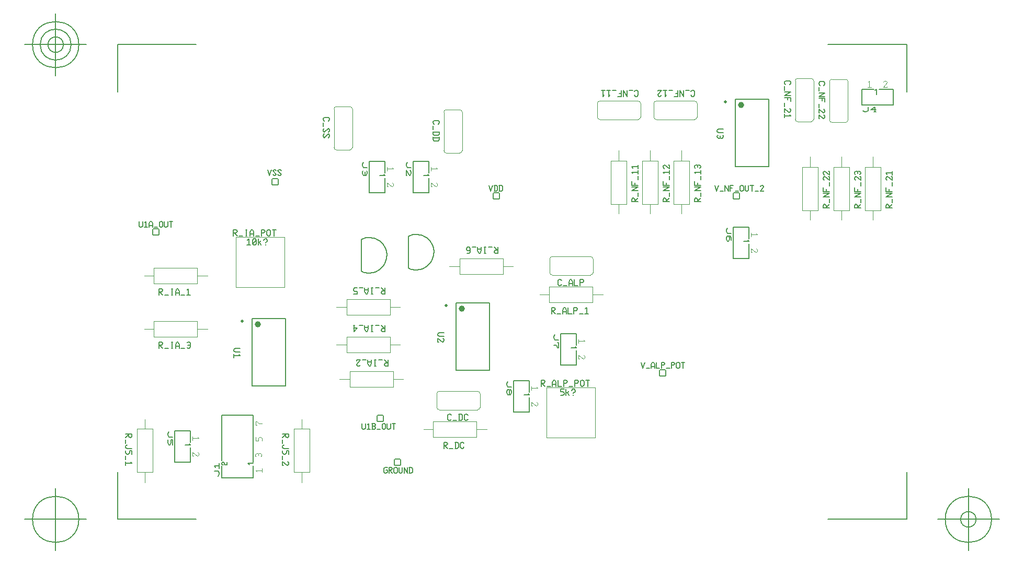
<source format=gbr>
G04 Generated by Ultiboard 12.0 *
%FSLAX25Y25*%
%MOIN*%

%ADD10C,0.00001*%
%ADD11C,0.00800*%
%ADD12C,0.00394*%
%ADD13C,0.00400*%
%ADD14C,0.00367*%
%ADD15C,0.00612*%
%ADD16C,0.00556*%
%ADD17C,0.00500*%
%ADD18C,0.01969*%
%ADD19C,0.03937*%


G04 ColorRGB FFFF00 for the following layer *
%LNSilkscreen Top*%
%LPD*%
G54D10*
G54D11*
X76730Y107624D02*
X73580Y107624D01*
X72793Y106840D01*
X72793Y106056D01*
X73580Y105272D01*
X76730Y105272D01*
X75943Y103705D02*
X76730Y102921D01*
X72793Y102921D01*
X72793Y104097D02*
X72793Y101745D01*
X105776Y83504D02*
X105776Y126496D01*
X84224Y126496D02*
X84224Y83504D01*
X105776Y83504D01*
X105776Y126496D02*
X84224Y126496D01*
X24990Y107795D02*
X24990Y111732D01*
X26558Y111732D01*
X27342Y110945D01*
X27342Y110551D01*
X26558Y109764D01*
X24990Y109764D01*
X25382Y109764D02*
X27342Y107795D01*
X28518Y107795D02*
X30870Y107795D01*
X32829Y107795D02*
X33613Y107795D01*
X32829Y111732D02*
X33613Y111732D01*
X33221Y107795D02*
X33221Y111732D01*
X35573Y107795D02*
X35573Y110157D01*
X36357Y111732D01*
X37141Y111732D01*
X37925Y110157D01*
X37925Y107795D01*
X35573Y108976D02*
X37925Y108976D01*
X39101Y107795D02*
X41452Y107795D01*
X43020Y111339D02*
X43412Y111732D01*
X44196Y111732D01*
X44980Y110945D01*
X44980Y110157D01*
X44588Y109764D01*
X44980Y109370D01*
X44980Y108583D01*
X44196Y107795D01*
X43412Y107795D01*
X43020Y108189D01*
X43412Y109764D02*
X44588Y109764D01*
X169010Y146205D02*
X169010Y142268D01*
X167442Y142268D01*
X166658Y143055D01*
X166658Y143449D01*
X167442Y144236D01*
X169010Y144236D01*
X168618Y144236D02*
X166658Y146205D01*
X165482Y146205D02*
X163130Y146205D01*
X161171Y146205D02*
X160387Y146205D01*
X161171Y142268D02*
X160387Y142268D01*
X160779Y146205D02*
X160779Y142268D01*
X158427Y146205D02*
X158427Y143843D01*
X157643Y142268D01*
X156859Y142268D01*
X156075Y143843D01*
X156075Y146205D01*
X158427Y145024D02*
X156075Y145024D01*
X154899Y146205D02*
X152548Y146205D01*
X149020Y142268D02*
X151372Y142268D01*
X151372Y143843D01*
X149804Y143843D01*
X149020Y144630D01*
X149020Y145417D01*
X149804Y146205D01*
X151372Y146205D01*
X24990Y141795D02*
X24990Y145732D01*
X26558Y145732D01*
X27342Y144945D01*
X27342Y144551D01*
X26558Y143764D01*
X24990Y143764D01*
X25382Y143764D02*
X27342Y141795D01*
X28518Y141795D02*
X30870Y141795D01*
X32829Y141795D02*
X33613Y141795D01*
X32829Y145732D02*
X33613Y145732D01*
X33221Y141795D02*
X33221Y145732D01*
X35573Y141795D02*
X35573Y144157D01*
X36357Y145732D01*
X37141Y145732D01*
X37925Y144157D01*
X37925Y141795D01*
X35573Y142976D02*
X37925Y142976D01*
X39101Y141795D02*
X41452Y141795D01*
X43020Y144945D02*
X43804Y145732D01*
X43804Y141795D01*
X42628Y141795D02*
X44980Y141795D01*
X72464Y179469D02*
X72464Y183406D01*
X74039Y183406D01*
X74826Y182619D01*
X74826Y182225D01*
X74039Y181438D01*
X72464Y181438D01*
X72857Y181438D02*
X74826Y179469D01*
X76007Y179469D02*
X78369Y179469D01*
X80338Y179469D02*
X81125Y179469D01*
X80338Y183406D02*
X81125Y183406D01*
X80731Y179469D02*
X80731Y183406D01*
X83094Y179469D02*
X83094Y181831D01*
X83881Y183406D01*
X84669Y183406D01*
X85456Y181831D01*
X85456Y179469D01*
X83094Y180650D02*
X85456Y180650D01*
X86637Y179469D02*
X88999Y179469D01*
X90180Y179469D02*
X90180Y183406D01*
X91755Y183406D01*
X92543Y182619D01*
X92543Y182225D01*
X91755Y181438D01*
X90180Y181438D01*
X93724Y180257D02*
X94511Y179469D01*
X95298Y179469D01*
X96086Y180257D01*
X96086Y182619D01*
X95298Y183406D01*
X94511Y183406D01*
X93724Y182619D01*
X93724Y180257D01*
X98448Y179469D02*
X98448Y183406D01*
X97267Y183406D02*
X99629Y183406D01*
X81472Y176819D02*
X82260Y177606D01*
X82260Y173669D01*
X81079Y173669D02*
X83441Y173669D01*
X84622Y176819D02*
X85409Y177606D01*
X86197Y177606D01*
X86984Y176819D01*
X86984Y174457D01*
X86197Y173669D01*
X85409Y173669D01*
X84622Y174457D01*
X84622Y176819D01*
X86984Y176819D02*
X84622Y174457D01*
X88165Y175244D02*
X88953Y175244D01*
X90134Y176425D01*
X88953Y175244D02*
X90134Y173669D01*
X88165Y173669D02*
X88165Y177606D01*
X91709Y176819D02*
X92496Y177606D01*
X93283Y177606D01*
X94071Y176819D01*
X94071Y176031D01*
X93677Y175638D01*
X92890Y175244D01*
X92890Y174850D01*
X92890Y173669D02*
X92890Y174063D01*
X169010Y122205D02*
X169010Y118268D01*
X167442Y118268D01*
X166658Y119055D01*
X166658Y119449D01*
X167442Y120236D01*
X169010Y120236D01*
X168618Y120236D02*
X166658Y122205D01*
X165482Y122205D02*
X163130Y122205D01*
X161171Y122205D02*
X160387Y122205D01*
X161171Y118268D02*
X160387Y118268D01*
X160779Y122205D02*
X160779Y118268D01*
X158427Y122205D02*
X158427Y119843D01*
X157643Y118268D01*
X156859Y118268D01*
X156075Y119843D01*
X156075Y122205D01*
X158427Y121024D02*
X156075Y121024D01*
X154899Y122205D02*
X152548Y122205D01*
X149020Y120630D02*
X151372Y120630D01*
X149412Y118268D01*
X149412Y122205D01*
X149804Y122205D02*
X149020Y122205D01*
X171010Y100205D02*
X171010Y96268D01*
X169442Y96268D01*
X168658Y97055D01*
X168658Y97449D01*
X169442Y98236D01*
X171010Y98236D01*
X170618Y98236D02*
X168658Y100205D01*
X167482Y100205D02*
X165130Y100205D01*
X163171Y100205D02*
X162387Y100205D01*
X163171Y96268D02*
X162387Y96268D01*
X162779Y100205D02*
X162779Y96268D01*
X160427Y100205D02*
X160427Y97843D01*
X159643Y96268D01*
X158859Y96268D01*
X158075Y97843D01*
X158075Y100205D01*
X160427Y99024D02*
X158075Y99024D01*
X156899Y100205D02*
X154548Y100205D01*
X153372Y97055D02*
X152588Y96268D01*
X151804Y96268D01*
X151020Y97055D01*
X151020Y97449D01*
X153372Y100205D01*
X151020Y100205D01*
X151020Y99811D01*
X103795Y53010D02*
X107732Y53010D01*
X107732Y51442D01*
X106945Y50658D01*
X106551Y50658D01*
X105764Y51442D01*
X105764Y53010D01*
X105764Y52618D02*
X103795Y50658D01*
X103795Y49482D02*
X103795Y47130D01*
X104583Y45955D02*
X103795Y45171D01*
X103795Y44387D01*
X104583Y43603D01*
X107732Y43603D01*
X107732Y40075D02*
X107732Y42427D01*
X106157Y42427D01*
X106157Y40859D01*
X105370Y40075D01*
X104583Y40075D01*
X103795Y40859D01*
X103795Y42427D01*
X103795Y38899D02*
X103795Y36548D01*
X106945Y35372D02*
X107732Y34588D01*
X107732Y33804D01*
X106945Y33020D01*
X106551Y33020D01*
X103795Y35372D01*
X103795Y33020D01*
X104189Y33020D01*
X3795Y53010D02*
X7732Y53010D01*
X7732Y51442D01*
X6945Y50658D01*
X6551Y50658D01*
X5764Y51442D01*
X5764Y53010D01*
X5764Y52618D02*
X3795Y50658D01*
X3795Y49482D02*
X3795Y47130D01*
X4583Y45955D02*
X3795Y45171D01*
X3795Y44387D01*
X4583Y43603D01*
X7732Y43603D01*
X7732Y40075D02*
X7732Y42427D01*
X6157Y42427D01*
X6157Y40859D01*
X5370Y40075D01*
X4583Y40075D01*
X3795Y40859D01*
X3795Y42427D01*
X3795Y38899D02*
X3795Y36548D01*
X6945Y34980D02*
X7732Y34196D01*
X3795Y34196D01*
X3795Y35372D02*
X3795Y33020D01*
X31321Y54444D02*
X30726Y53333D01*
X30726Y52222D01*
X31321Y51111D01*
X33702Y51111D01*
X33702Y46111D02*
X33702Y49444D01*
X32512Y49444D01*
X32512Y47222D01*
X31917Y46111D01*
X31321Y46111D01*
X30726Y47222D01*
X30726Y49444D01*
X45000Y47500D02*
X45000Y55000D01*
X35000Y35000D02*
X35000Y55000D01*
X45000Y55000D02*
X35000Y55000D01*
X45000Y35000D02*
X35000Y35000D01*
X45000Y45833D02*
X41667Y45833D01*
X45000Y35000D02*
X45000Y44167D01*
X44167Y46667D02*
X45000Y45833D01*
X206518Y43795D02*
X206518Y47732D01*
X208086Y47732D01*
X208870Y46945D01*
X208870Y46551D01*
X208086Y45764D01*
X206518Y45764D01*
X206910Y45764D02*
X208870Y43795D01*
X210045Y43795D02*
X212397Y43795D01*
X213573Y43795D02*
X215141Y43795D01*
X215925Y44583D01*
X215925Y46945D01*
X215141Y47732D01*
X213573Y47732D01*
X213965Y47732D02*
X213965Y43795D01*
X219452Y44583D02*
X218668Y43795D01*
X217885Y43795D01*
X217101Y44583D01*
X217101Y46945D01*
X217885Y47732D01*
X218668Y47732D01*
X219452Y46945D01*
X268692Y83469D02*
X268692Y87406D01*
X270267Y87406D01*
X271054Y86619D01*
X271054Y86225D01*
X270267Y85438D01*
X268692Y85438D01*
X269086Y85438D02*
X271054Y83469D01*
X272235Y83469D02*
X274598Y83469D01*
X275779Y83469D02*
X275779Y85831D01*
X276566Y87406D01*
X277354Y87406D01*
X278141Y85831D01*
X278141Y83469D01*
X275779Y84650D02*
X278141Y84650D01*
X279322Y87406D02*
X279322Y83469D01*
X281684Y83469D01*
X282865Y83469D02*
X282865Y87406D01*
X284440Y87406D01*
X285228Y86619D01*
X285228Y86225D01*
X284440Y85438D01*
X282865Y85438D01*
X286409Y83469D02*
X288771Y83469D01*
X289952Y83469D02*
X289952Y87406D01*
X291527Y87406D01*
X292314Y86619D01*
X292314Y86225D01*
X291527Y85438D01*
X289952Y85438D01*
X293495Y84257D02*
X294283Y83469D01*
X295070Y83469D01*
X295857Y84257D01*
X295857Y86619D01*
X295070Y87406D01*
X294283Y87406D01*
X293495Y86619D01*
X293495Y84257D01*
X298220Y83469D02*
X298220Y87406D01*
X297039Y87406D02*
X299401Y87406D01*
X283213Y81606D02*
X280850Y81606D01*
X280850Y80031D01*
X282425Y80031D01*
X283213Y79244D01*
X283213Y78457D01*
X282425Y77669D01*
X280850Y77669D01*
X284394Y79244D02*
X285181Y79244D01*
X286362Y80425D01*
X285181Y79244D02*
X286362Y77669D01*
X284394Y77669D02*
X284394Y81606D01*
X287937Y80819D02*
X288724Y81606D01*
X289512Y81606D01*
X290299Y80819D01*
X290299Y80031D01*
X289906Y79638D01*
X289118Y79244D01*
X289118Y78850D01*
X289118Y77669D02*
X289118Y78063D01*
X206730Y117624D02*
X203580Y117624D01*
X202793Y116840D01*
X202793Y116056D01*
X203580Y115272D01*
X206730Y115272D01*
X205943Y114097D02*
X206730Y113313D01*
X206730Y112529D01*
X205943Y111745D01*
X205549Y111745D01*
X202793Y114097D01*
X202793Y111745D01*
X203187Y111745D01*
X235776Y93504D02*
X235776Y136496D01*
X214224Y136496D02*
X214224Y93504D01*
X235776Y93504D01*
X235776Y136496D02*
X214224Y136496D01*
X452205Y197227D02*
X448268Y197227D01*
X448268Y198794D01*
X449055Y199578D01*
X449449Y199578D01*
X450236Y198794D01*
X450236Y197227D01*
X450236Y197619D02*
X452205Y199578D01*
X452205Y200754D02*
X452205Y203106D01*
X452205Y204282D02*
X448268Y204282D01*
X452205Y206633D01*
X448268Y206633D01*
X452205Y207809D02*
X448268Y207809D01*
X448268Y210161D01*
X450236Y207809D02*
X450236Y209377D01*
X452205Y211337D02*
X452205Y213689D01*
X449055Y214864D02*
X448268Y215648D01*
X448268Y216432D01*
X449055Y217216D01*
X449449Y217216D01*
X452205Y214864D01*
X452205Y217216D01*
X451811Y217216D01*
X449055Y218392D02*
X448268Y219176D01*
X448268Y219960D01*
X449055Y220744D01*
X449449Y220744D01*
X452205Y218392D01*
X452205Y220744D01*
X451811Y220744D01*
X472205Y197227D02*
X468268Y197227D01*
X468268Y198794D01*
X469055Y199578D01*
X469449Y199578D01*
X470236Y198794D01*
X470236Y197227D01*
X470236Y197619D02*
X472205Y199578D01*
X472205Y200754D02*
X472205Y203106D01*
X472205Y204282D02*
X468268Y204282D01*
X472205Y206633D01*
X468268Y206633D01*
X472205Y207809D02*
X468268Y207809D01*
X468268Y210161D01*
X470236Y207809D02*
X470236Y209377D01*
X472205Y211337D02*
X472205Y213689D01*
X469055Y214864D02*
X468268Y215648D01*
X468268Y216432D01*
X469055Y217216D01*
X469449Y217216D01*
X472205Y214864D01*
X472205Y217216D01*
X471811Y217216D01*
X468661Y218784D02*
X468268Y219176D01*
X468268Y219960D01*
X469055Y220744D01*
X469843Y220744D01*
X470236Y220352D01*
X470630Y220744D01*
X471417Y220744D01*
X472205Y219960D01*
X472205Y219176D01*
X471811Y218784D01*
X470236Y219176D02*
X470236Y220352D01*
X492205Y197227D02*
X488268Y197227D01*
X488268Y198794D01*
X489055Y199578D01*
X489449Y199578D01*
X490236Y198794D01*
X490236Y197227D01*
X490236Y197619D02*
X492205Y199578D01*
X492205Y200754D02*
X492205Y203106D01*
X492205Y204282D02*
X488268Y204282D01*
X492205Y206633D01*
X488268Y206633D01*
X492205Y207809D02*
X488268Y207809D01*
X488268Y210161D01*
X490236Y207809D02*
X490236Y209377D01*
X492205Y211337D02*
X492205Y213689D01*
X489055Y214864D02*
X488268Y215648D01*
X488268Y216432D01*
X489055Y217216D01*
X489449Y217216D01*
X492205Y214864D01*
X492205Y217216D01*
X491811Y217216D01*
X489055Y218784D02*
X488268Y219568D01*
X492205Y219568D01*
X492205Y218392D02*
X492205Y220744D01*
X350205Y201227D02*
X346268Y201227D01*
X346268Y202794D01*
X347055Y203578D01*
X347449Y203578D01*
X348236Y202794D01*
X348236Y201227D01*
X348236Y201619D02*
X350205Y203578D01*
X350205Y204754D02*
X350205Y207106D01*
X350205Y208282D02*
X346268Y208282D01*
X350205Y210633D01*
X346268Y210633D01*
X350205Y211809D02*
X346268Y211809D01*
X346268Y214161D01*
X348236Y211809D02*
X348236Y213377D01*
X350205Y215337D02*
X350205Y217689D01*
X347055Y219256D02*
X346268Y220040D01*
X350205Y220040D01*
X350205Y218864D02*
X350205Y221216D01*
X347055Y222392D02*
X346268Y223176D01*
X346268Y223960D01*
X347055Y224744D01*
X347449Y224744D01*
X350205Y222392D01*
X350205Y224744D01*
X349811Y224744D01*
X370205Y201227D02*
X366268Y201227D01*
X366268Y202794D01*
X367055Y203578D01*
X367449Y203578D01*
X368236Y202794D01*
X368236Y201227D01*
X368236Y201619D02*
X370205Y203578D01*
X370205Y204754D02*
X370205Y207106D01*
X370205Y208282D02*
X366268Y208282D01*
X370205Y210633D01*
X366268Y210633D01*
X370205Y211809D02*
X366268Y211809D01*
X366268Y214161D01*
X368236Y211809D02*
X368236Y213377D01*
X370205Y215337D02*
X370205Y217689D01*
X367055Y219256D02*
X366268Y220040D01*
X370205Y220040D01*
X370205Y218864D02*
X370205Y221216D01*
X366661Y222784D02*
X366268Y223176D01*
X366268Y223960D01*
X367055Y224744D01*
X367843Y224744D01*
X368236Y224352D01*
X368630Y224744D01*
X369417Y224744D01*
X370205Y223960D01*
X370205Y223176D01*
X369811Y222784D01*
X368236Y223176D02*
X368236Y224352D01*
X384730Y247624D02*
X381580Y247624D01*
X380793Y246840D01*
X380793Y246056D01*
X381580Y245272D01*
X384730Y245272D01*
X384336Y243705D02*
X384730Y243313D01*
X384730Y242529D01*
X383943Y241745D01*
X383155Y241745D01*
X382762Y242137D01*
X382368Y241745D01*
X381580Y241745D01*
X380793Y242529D01*
X380793Y243313D01*
X381187Y243705D01*
X382762Y243313D02*
X382762Y242137D01*
X413776Y223504D02*
X413776Y266496D01*
X392224Y266496D02*
X392224Y223504D01*
X413776Y223504D01*
X413776Y266496D02*
X392224Y266496D01*
X473556Y259321D02*
X474667Y258726D01*
X475778Y258726D01*
X476889Y259321D01*
X476889Y261702D01*
X481889Y259917D02*
X478556Y259917D01*
X481333Y261702D01*
X481333Y258726D01*
X480778Y258726D02*
X481889Y258726D01*
X480500Y273000D02*
X473000Y273000D01*
X493000Y263000D02*
X473000Y263000D01*
X473000Y273000D02*
X473000Y263000D01*
X493000Y273000D02*
X493000Y263000D01*
X482167Y273000D02*
X482167Y269667D01*
X493000Y273000D02*
X483833Y273000D01*
X481333Y272167D02*
X482167Y273000D01*
X277321Y116444D02*
X276726Y115333D01*
X276726Y114222D01*
X277321Y113111D01*
X279702Y113111D01*
X276726Y109778D02*
X278214Y109778D01*
X279107Y108111D01*
X279702Y108111D01*
X279702Y111444D01*
X279107Y111444D01*
X291000Y109500D02*
X291000Y117000D01*
X281000Y97000D02*
X281000Y117000D01*
X291000Y117000D02*
X281000Y117000D01*
X291000Y97000D02*
X281000Y97000D01*
X291000Y107833D02*
X287667Y107833D01*
X291000Y97000D02*
X291000Y106167D01*
X290167Y108667D02*
X291000Y107833D01*
X183980Y158850D02*
X183980Y179040D01*
X183970Y158850D02*
X184875Y158460D01*
X185811Y158151D01*
X186770Y157924D01*
X187745Y157782D01*
X188729Y157725D01*
X189714Y157754D01*
X190692Y157869D01*
X191657Y158069D01*
X192601Y158352D01*
X193517Y158716D01*
X194397Y159159D01*
X195236Y159677D01*
X196026Y160266D01*
X196762Y160921D01*
X197437Y161638D01*
X198048Y162412D01*
X198589Y163235D01*
X199057Y164103D01*
X199446Y165008D01*
X199756Y165943D01*
X199983Y166902D01*
X200125Y167878D01*
X200182Y168861D01*
X200153Y169846D01*
X200038Y170825D01*
X199838Y171790D01*
X199555Y172734D01*
X199190Y173650D01*
X198748Y174530D01*
X198230Y175369D01*
X197641Y176159D01*
X196986Y176894D01*
X196268Y177570D01*
X195495Y178181D01*
X194671Y178722D01*
X193804Y179189D01*
X192899Y179579D01*
X191963Y179889D01*
X191004Y180115D01*
X190029Y180258D01*
X189045Y180315D01*
X188060Y180285D01*
X187081Y180170D01*
X186116Y179971D01*
X185173Y179688D01*
X184257Y179323D01*
X183930Y179170D01*
X275227Y129795D02*
X275227Y133732D01*
X276794Y133732D01*
X277578Y132945D01*
X277578Y132551D01*
X276794Y131764D01*
X275227Y131764D01*
X275619Y131764D02*
X277578Y129795D01*
X278754Y129795D02*
X281106Y129795D01*
X282282Y129795D02*
X282282Y132157D01*
X283066Y133732D01*
X283850Y133732D01*
X284633Y132157D01*
X284633Y129795D01*
X282282Y130976D02*
X284633Y130976D01*
X285809Y133732D02*
X285809Y129795D01*
X288161Y129795D01*
X289337Y129795D02*
X289337Y133732D01*
X290905Y133732D01*
X291689Y132945D01*
X291689Y132551D01*
X290905Y131764D01*
X289337Y131764D01*
X292864Y129795D02*
X295216Y129795D01*
X296784Y132945D02*
X297568Y133732D01*
X297568Y129795D01*
X296392Y129795D02*
X298744Y129795D01*
X247321Y86444D02*
X246726Y85333D01*
X246726Y84222D01*
X247321Y83111D01*
X249702Y83111D01*
X246726Y79222D02*
X246726Y80333D01*
X247321Y81444D01*
X247917Y81444D01*
X248214Y80889D01*
X248512Y81444D01*
X249107Y81444D01*
X249702Y80333D01*
X249702Y79222D01*
X249107Y78111D01*
X248512Y78111D01*
X248214Y78667D01*
X247917Y78111D01*
X247321Y78111D01*
X246726Y79222D01*
X248214Y80889D02*
X248214Y78667D01*
X261000Y79500D02*
X261000Y87000D01*
X251000Y67000D02*
X251000Y87000D01*
X261000Y87000D02*
X251000Y87000D01*
X261000Y67000D02*
X251000Y67000D01*
X261000Y77833D02*
X257667Y77833D01*
X261000Y67000D02*
X261000Y76167D01*
X260167Y78667D02*
X261000Y77833D01*
X153980Y156850D02*
X153980Y177040D01*
X153970Y156850D02*
X154875Y156460D01*
X155811Y156151D01*
X156770Y155924D01*
X157745Y155782D01*
X158729Y155725D01*
X159714Y155754D01*
X160692Y155869D01*
X161657Y156069D01*
X162601Y156352D01*
X163517Y156716D01*
X164397Y157159D01*
X165236Y157677D01*
X166026Y158266D01*
X166762Y158921D01*
X167437Y159638D01*
X168048Y160412D01*
X168589Y161235D01*
X169057Y162103D01*
X169446Y163008D01*
X169756Y163943D01*
X169983Y164902D01*
X170125Y165878D01*
X170182Y166861D01*
X170153Y167846D01*
X170038Y168825D01*
X169838Y169790D01*
X169555Y170734D01*
X169190Y171650D01*
X168748Y172530D01*
X168230Y173369D01*
X167641Y174159D01*
X166986Y174894D01*
X166268Y175570D01*
X165495Y176181D01*
X164671Y176722D01*
X163804Y177189D01*
X162899Y177579D01*
X161963Y177889D01*
X161004Y178115D01*
X160029Y178258D01*
X159045Y178315D01*
X158060Y178285D01*
X157081Y178170D01*
X156116Y177971D01*
X155173Y177688D01*
X154257Y177323D01*
X153930Y177170D01*
X241010Y172205D02*
X241010Y168268D01*
X239442Y168268D01*
X238658Y169055D01*
X238658Y169449D01*
X239442Y170236D01*
X241010Y170236D01*
X240618Y170236D02*
X238658Y172205D01*
X237482Y172205D02*
X235130Y172205D01*
X233171Y172205D02*
X232387Y172205D01*
X233171Y168268D02*
X232387Y168268D01*
X232779Y172205D02*
X232779Y168268D01*
X230427Y172205D02*
X230427Y169843D01*
X229643Y168268D01*
X228859Y168268D01*
X228075Y169843D01*
X228075Y172205D01*
X230427Y171024D02*
X228075Y171024D01*
X226899Y172205D02*
X224548Y172205D01*
X221412Y168268D02*
X222588Y168268D01*
X223372Y169055D01*
X223372Y170630D01*
X223372Y171417D01*
X222588Y172205D01*
X221804Y172205D01*
X221020Y171417D01*
X221020Y170630D01*
X221804Y169843D01*
X222588Y169843D01*
X223372Y170630D01*
X62679Y26056D02*
X63274Y27167D01*
X63274Y28278D01*
X62679Y29389D01*
X60298Y29389D01*
X60893Y31611D02*
X60298Y32722D01*
X63274Y32722D01*
X63274Y31056D02*
X63274Y34389D01*
X65000Y25000D02*
X65000Y32500D01*
X85000Y32500D02*
X85000Y25000D01*
X65000Y25000D01*
X65000Y65000D02*
X85000Y65000D01*
X85000Y35000D01*
X82500Y33333D02*
X81667Y34167D01*
X85000Y34167D01*
X65000Y65000D02*
X65000Y35833D01*
X66667Y34167D02*
X66664Y34239D01*
X66654Y34311D01*
X66638Y34382D01*
X66617Y34452D01*
X66589Y34519D01*
X66555Y34583D01*
X66516Y34645D01*
X66472Y34702D01*
X66423Y34756D01*
X66369Y34805D01*
X66311Y34849D01*
X66250Y34888D01*
X66186Y34922D01*
X66118Y34950D01*
X66049Y34971D01*
X65978Y34987D01*
X65906Y34997D01*
X65833Y35000D01*
X65761Y34997D01*
X65689Y34987D01*
X65618Y34971D01*
X65548Y34950D01*
X65481Y34922D01*
X65417Y34888D01*
X65355Y34849D01*
X65298Y34805D01*
X65244Y34756D01*
X65195Y34702D01*
X65151Y34645D01*
X65112Y34583D01*
X65078Y34519D01*
X65050Y34452D01*
X65029Y34382D01*
X65013Y34311D01*
X65003Y34239D01*
X65000Y34167D01*
X65003Y34094D01*
X65013Y34022D01*
X65029Y33951D01*
X65050Y33882D01*
X65078Y33814D01*
X65112Y33750D01*
X65151Y33689D01*
X65195Y33631D01*
X65244Y33577D01*
X65298Y33528D01*
X65355Y33484D01*
X65417Y33445D01*
X65481Y33411D01*
X65548Y33383D01*
X65618Y33362D01*
X65689Y33346D01*
X65761Y33336D01*
X65833Y33333D01*
X65833Y33333D01*
X66667Y34167D02*
X66670Y34094D01*
X66679Y34022D01*
X66695Y33951D01*
X66717Y33882D01*
X66745Y33814D01*
X66778Y33750D01*
X66817Y33689D01*
X66862Y33631D01*
X66911Y33577D01*
X66964Y33528D01*
X67022Y33484D01*
X67083Y33445D01*
X67148Y33411D01*
X67215Y33383D01*
X67284Y33362D01*
X67355Y33346D01*
X67427Y33336D01*
X67500Y33333D01*
X68333Y35000D02*
X68333Y33333D01*
X67500Y33333D01*
X155321Y226444D02*
X154726Y225333D01*
X154726Y224222D01*
X155321Y223111D01*
X157702Y223111D01*
X157405Y220889D02*
X157702Y220333D01*
X157702Y219222D01*
X157107Y218111D01*
X156512Y218111D01*
X156214Y218667D01*
X155917Y218111D01*
X155321Y218111D01*
X154726Y219222D01*
X154726Y220333D01*
X155024Y220889D01*
X156214Y220333D02*
X156214Y218667D01*
X169000Y219500D02*
X169000Y227000D01*
X159000Y207000D02*
X159000Y227000D01*
X169000Y227000D02*
X159000Y227000D01*
X169000Y207000D02*
X159000Y207000D01*
X169000Y217833D02*
X165667Y217833D01*
X169000Y207000D02*
X169000Y216167D01*
X168167Y218667D02*
X169000Y217833D01*
X183321Y226444D02*
X182726Y225333D01*
X182726Y224222D01*
X183321Y223111D01*
X185702Y223111D01*
X185107Y221444D02*
X185702Y220333D01*
X185702Y219222D01*
X185107Y218111D01*
X184810Y218111D01*
X182726Y221444D01*
X182726Y218111D01*
X183024Y218111D01*
X197000Y219500D02*
X197000Y227000D01*
X187000Y207000D02*
X187000Y227000D01*
X197000Y227000D02*
X187000Y227000D01*
X197000Y207000D02*
X187000Y207000D01*
X197000Y217833D02*
X193667Y217833D01*
X197000Y207000D02*
X197000Y216167D01*
X196167Y218667D02*
X197000Y217833D01*
X330205Y201227D02*
X326268Y201227D01*
X326268Y202794D01*
X327055Y203578D01*
X327449Y203578D01*
X328236Y202794D01*
X328236Y201227D01*
X328236Y201619D02*
X330205Y203578D01*
X330205Y204754D02*
X330205Y207106D01*
X330205Y208282D02*
X326268Y208282D01*
X330205Y210633D01*
X326268Y210633D01*
X330205Y211809D02*
X326268Y211809D01*
X326268Y214161D01*
X328236Y211809D02*
X328236Y213377D01*
X330205Y215337D02*
X330205Y217689D01*
X327055Y219256D02*
X326268Y220040D01*
X330205Y220040D01*
X330205Y218864D02*
X330205Y221216D01*
X327055Y222784D02*
X326268Y223568D01*
X330205Y223568D01*
X330205Y222392D02*
X330205Y224744D01*
X387321Y184444D02*
X386726Y183333D01*
X386726Y182222D01*
X387321Y181111D01*
X389702Y181111D01*
X389702Y176667D02*
X389702Y178333D01*
X389107Y179444D01*
X387917Y179444D01*
X387321Y179444D01*
X386726Y178333D01*
X386726Y177222D01*
X387321Y176111D01*
X387917Y176111D01*
X388512Y177222D01*
X388512Y178333D01*
X387917Y179444D01*
X401000Y177500D02*
X401000Y185000D01*
X391000Y165000D02*
X391000Y185000D01*
X401000Y185000D02*
X391000Y185000D01*
X401000Y165000D02*
X391000Y165000D01*
X401000Y175833D02*
X397667Y175833D01*
X401000Y165000D02*
X401000Y174167D01*
X400167Y176667D02*
X401000Y175833D01*
X21150Y183675D02*
X21150Y180325D01*
G75*
D01*
G03X21325Y180150I175J0*
G01*
X24675Y180150D01*
G75*
D01*
G03X24850Y180325I0J175*
G01*
X24850Y183675D01*
G74*
D01*
G03X24675Y183850I175J0*
G01*
X21325Y183850D01*
G75*
D01*
G03X21150Y183675I0J-175*
G01*
X21150Y183675D02*
X21150Y180325D01*
G75*
D01*
G03X21325Y180150I175J0*
G01*
X24675Y180150D01*
G75*
D01*
G03X24850Y180325I0J175*
G01*
X24850Y183675D01*
G74*
D01*
G03X24675Y183850I175J0*
G01*
X21325Y183850D01*
G75*
D01*
G03X21150Y183675I0J-175*
G01*
X164150Y64675D02*
X164150Y61325D01*
G75*
D01*
G03X164325Y61150I175J0*
G01*
X167675Y61150D01*
G75*
D01*
G03X167850Y61325I0J175*
G01*
X167850Y64675D01*
G74*
D01*
G03X167675Y64850I175J0*
G01*
X164325Y64850D01*
G75*
D01*
G03X164150Y64675I0J-175*
G01*
X164150Y64675D02*
X164150Y61325D01*
G75*
D01*
G03X164325Y61150I175J0*
G01*
X167675Y61150D01*
G75*
D01*
G03X167850Y61325I0J175*
G01*
X167850Y64675D01*
G74*
D01*
G03X167675Y64850I175J0*
G01*
X164325Y64850D01*
G75*
D01*
G03X164150Y64675I0J-175*
G01*
X175150Y36675D02*
X175150Y33325D01*
G75*
D01*
G03X175325Y33150I175J0*
G01*
X178675Y33150D01*
G75*
D01*
G03X178850Y33325I0J175*
G01*
X178850Y36675D01*
G74*
D01*
G03X178675Y36850I175J0*
G01*
X175325Y36850D01*
G75*
D01*
G03X175150Y36675I0J-175*
G01*
X175150Y36675D02*
X175150Y33325D01*
G75*
D01*
G03X175325Y33150I175J0*
G01*
X178675Y33150D01*
G75*
D01*
G03X178850Y33325I0J175*
G01*
X178850Y36675D01*
G74*
D01*
G03X178675Y36850I175J0*
G01*
X175325Y36850D01*
G75*
D01*
G03X175150Y36675I0J-175*
G01*
X97150Y215675D02*
X97150Y212325D01*
G75*
D01*
G03X97325Y212150I175J0*
G01*
X100675Y212150D01*
G75*
D01*
G03X100850Y212325I0J175*
G01*
X100850Y215675D01*
G74*
D01*
G03X100675Y215850I175J0*
G01*
X97325Y215850D01*
G75*
D01*
G03X97150Y215675I0J-175*
G01*
X97150Y215675D02*
X97150Y212325D01*
G75*
D01*
G03X97325Y212150I175J0*
G01*
X100675Y212150D01*
G75*
D01*
G03X100850Y212325I0J175*
G01*
X100850Y215675D01*
G74*
D01*
G03X100675Y215850I175J0*
G01*
X97325Y215850D01*
G75*
D01*
G03X97150Y215675I0J-175*
G01*
X238150Y206675D02*
X238150Y203325D01*
G75*
D01*
G03X238325Y203150I175J0*
G01*
X241675Y203150D01*
G75*
D01*
G03X241850Y203325I0J175*
G01*
X241850Y206675D01*
G74*
D01*
G03X241675Y206850I175J0*
G01*
X238325Y206850D01*
G75*
D01*
G03X238150Y206675I0J-175*
G01*
X238150Y206675D02*
X238150Y203325D01*
G75*
D01*
G03X238325Y203150I175J0*
G01*
X241675Y203150D01*
G75*
D01*
G03X241850Y203325I0J175*
G01*
X241850Y206675D01*
G74*
D01*
G03X241675Y206850I175J0*
G01*
X238325Y206850D01*
G75*
D01*
G03X238150Y206675I0J-175*
G01*
X391150Y206675D02*
X391150Y203325D01*
G75*
D01*
G03X391325Y203150I175J0*
G01*
X394675Y203150D01*
G75*
D01*
G03X394850Y203325I0J175*
G01*
X394850Y206675D01*
G74*
D01*
G03X394675Y206850I175J0*
G01*
X391325Y206850D01*
G75*
D01*
G03X391150Y206675I0J-175*
G01*
X391150Y206675D02*
X391150Y203325D01*
G75*
D01*
G03X391325Y203150I175J0*
G01*
X394675Y203150D01*
G75*
D01*
G03X394850Y203325I0J175*
G01*
X394850Y206675D01*
G74*
D01*
G03X394675Y206850I175J0*
G01*
X391325Y206850D01*
G75*
D01*
G03X391150Y206675I0J-175*
G01*
X344150Y93675D02*
X344150Y90325D01*
G75*
D01*
G03X344325Y90150I175J0*
G01*
X347675Y90150D01*
G75*
D01*
G03X347850Y90325I0J175*
G01*
X347850Y93675D01*
G74*
D01*
G03X347675Y93850I175J0*
G01*
X344325Y93850D01*
G75*
D01*
G03X344150Y93675I0J-175*
G01*
X344150Y93675D02*
X344150Y90325D01*
G75*
D01*
G03X344325Y90150I175J0*
G01*
X347675Y90150D01*
G75*
D01*
G03X347850Y90325I0J175*
G01*
X347850Y93675D01*
G74*
D01*
G03X347675Y93850I175J0*
G01*
X344325Y93850D01*
G75*
D01*
G03X344150Y93675I0J-175*
G01*
G54D12*
X21811Y125079D02*
X49370Y125079D01*
X49370Y115039D01*
X21811Y115039D01*
X21811Y125079D01*
X49370Y120000D02*
X56063Y120000D01*
X15512Y120000D02*
X21811Y120000D01*
X172189Y128921D02*
X144630Y128921D01*
X144630Y138961D01*
X172189Y138961D01*
X172189Y128921D01*
X144630Y134000D02*
X137937Y134000D01*
X178488Y134000D02*
X172189Y134000D01*
X21811Y159079D02*
X49370Y159079D01*
X49370Y149039D01*
X21811Y149039D01*
X21811Y159079D01*
X49370Y154000D02*
X56063Y154000D01*
X15512Y154000D02*
X21811Y154000D01*
X172189Y104921D02*
X144630Y104921D01*
X144630Y114961D01*
X172189Y114961D01*
X172189Y104921D01*
X144630Y110000D02*
X137937Y110000D01*
X178488Y110000D02*
X172189Y110000D01*
X174189Y82921D02*
X146630Y82921D01*
X146630Y92961D01*
X174189Y92961D01*
X174189Y82921D01*
X146630Y88000D02*
X139937Y88000D01*
X180488Y88000D02*
X174189Y88000D01*
X121079Y56189D02*
X111039Y56189D01*
X111039Y28630D01*
X121079Y28630D01*
X121079Y56189D01*
X116000Y28630D02*
X116000Y21937D01*
X116000Y62488D02*
X116000Y56189D01*
X21079Y56189D02*
X11039Y56189D01*
X11039Y28630D01*
X21079Y28630D01*
X21079Y56189D01*
X16000Y28630D02*
X16000Y21937D01*
X16000Y62488D02*
X16000Y56189D01*
X199811Y61079D02*
X227370Y61079D01*
X227370Y51039D01*
X199811Y51039D01*
X199811Y61079D01*
X227370Y56000D02*
X234063Y56000D01*
X193512Y56000D02*
X199811Y56000D01*
X434921Y195811D02*
X444961Y195811D01*
X444961Y223370D01*
X434921Y223370D01*
X434921Y195811D01*
X440000Y223370D02*
X440000Y230063D01*
X440000Y189512D02*
X440000Y195811D01*
X454921Y195811D02*
X464961Y195811D01*
X464961Y223370D01*
X454921Y223370D01*
X454921Y195811D01*
X460000Y223370D02*
X460000Y230063D01*
X460000Y189512D02*
X460000Y195811D01*
X474921Y195811D02*
X484961Y195811D01*
X484961Y223370D01*
X474921Y223370D01*
X474921Y195811D01*
X480000Y223370D02*
X480000Y230063D01*
X480000Y189512D02*
X480000Y195811D01*
X332921Y199811D02*
X342961Y199811D01*
X342961Y227370D01*
X332921Y227370D01*
X332921Y199811D01*
X338000Y227370D02*
X338000Y234063D01*
X338000Y193512D02*
X338000Y199811D01*
X352921Y199811D02*
X362961Y199811D01*
X362961Y227370D01*
X352921Y227370D01*
X352921Y199811D01*
X358000Y227370D02*
X358000Y234063D01*
X358000Y193512D02*
X358000Y199811D01*
X430488Y278362D02*
X430488Y253953D01*
G75*
D01*
G03X432063Y252378I1575J0*
G01*
X440724Y252378D01*
G75*
D01*
G03X442299Y253953I0J1575*
G01*
X442299Y278362D01*
G74*
D01*
G03X440724Y279937I1575J0*
G01*
X432063Y279937D01*
G75*
D01*
G03X430488Y278362I0J-1575*
G01*
X452332Y277819D02*
X452332Y253409D01*
G75*
D01*
G03X453907Y251835I1575J1*
G01*
X462568Y251835D01*
G75*
D01*
G03X464143Y253409I1J1574*
G01*
X464143Y277819D01*
G74*
D01*
G03X462568Y279394I1575J0*
G01*
X453907Y279394D01*
G75*
D01*
G03X452332Y277819I0J-1575*
G01*
X202063Y78724D02*
X202063Y70063D01*
G75*
D01*
G03X203638Y68488I1575J0*
G01*
X228047Y68488D01*
G75*
D01*
G03X229622Y70063I0J1575*
G01*
X229622Y78724D01*
G74*
D01*
G03X228047Y80299I1575J0*
G01*
X203638Y80299D01*
G75*
D01*
G03X202063Y78724I0J-1575*
G01*
X274063Y164724D02*
X274063Y156063D01*
G75*
D01*
G03X275638Y154488I1575J0*
G01*
X300047Y154488D01*
G75*
D01*
G03X301622Y156063I0J1575*
G01*
X301622Y164724D01*
G74*
D01*
G03X300047Y166299I1575J0*
G01*
X275638Y166299D01*
G75*
D01*
G03X274063Y164724I0J-1575*
G01*
X273811Y147079D02*
X301370Y147079D01*
X301370Y137039D01*
X273811Y137039D01*
X273811Y147079D01*
X301370Y142000D02*
X308063Y142000D01*
X267512Y142000D02*
X273811Y142000D01*
X244189Y154921D02*
X216630Y154921D01*
X216630Y164961D01*
X244189Y164961D01*
X244189Y154921D01*
X216630Y160000D02*
X209937Y160000D01*
X250488Y160000D02*
X244189Y160000D01*
X312921Y199811D02*
X322961Y199811D01*
X322961Y227370D01*
X312921Y227370D01*
X312921Y199811D01*
X318000Y227370D02*
X318000Y234063D01*
X318000Y193512D02*
X318000Y199811D01*
X304378Y263937D02*
X304378Y255276D01*
G75*
D01*
G03X305953Y253701I1575J0*
G01*
X330362Y253701D01*
G75*
D01*
G03X331937Y255276I0J1575*
G01*
X331937Y263937D01*
G74*
D01*
G03X330362Y265512I1575J0*
G01*
X305953Y265512D01*
G75*
D01*
G03X304378Y263937I0J-1575*
G01*
X340378Y263937D02*
X340378Y255276D01*
G75*
D01*
G03X341953Y253701I1575J0*
G01*
X366362Y253701D01*
G75*
D01*
G03X367937Y255276I0J1575*
G01*
X367937Y263937D01*
G74*
D01*
G03X366362Y265512I1575J0*
G01*
X341953Y265512D01*
G75*
D01*
G03X340378Y263937I0J-1575*
G01*
X136488Y260362D02*
X136488Y235953D01*
G75*
D01*
G03X138063Y234378I1575J0*
G01*
X146724Y234378D01*
G75*
D01*
G03X148299Y235953I0J1575*
G01*
X148299Y260362D01*
G74*
D01*
G03X146724Y261937I1575J0*
G01*
X138063Y261937D01*
G75*
D01*
G03X136488Y260362I0J-1575*
G01*
X206488Y258362D02*
X206488Y233953D01*
G75*
D01*
G03X208063Y232378I1575J0*
G01*
X216724Y232378D01*
G75*
D01*
G03X218299Y233953I0J1575*
G01*
X218299Y258362D01*
G74*
D01*
G03X216724Y259937I1575J0*
G01*
X208063Y259937D01*
G75*
D01*
G03X206488Y258362I0J-1575*
G01*
G54D13*
X74000Y178600D02*
X105000Y178600D01*
X105000Y146631D01*
X74000Y146631D01*
X74000Y178600D01*
X272000Y82600D02*
X303000Y82600D01*
X303000Y50631D01*
X272000Y50631D01*
X272000Y82600D01*
G54D14*
X49575Y41372D02*
X50362Y40588D01*
X50362Y39804D01*
X49575Y39020D01*
X49181Y39020D01*
X46425Y41372D01*
X46425Y39020D01*
X46819Y39020D01*
X49575Y50980D02*
X50362Y50196D01*
X46425Y50196D01*
X46425Y51372D02*
X46425Y49020D01*
X477020Y277575D02*
X477804Y278362D01*
X477804Y274425D01*
X476628Y274425D02*
X478980Y274425D01*
X486628Y277575D02*
X487412Y278362D01*
X488196Y278362D01*
X488980Y277575D01*
X488980Y277181D01*
X486628Y274425D01*
X488980Y274425D01*
X488980Y274819D01*
X295575Y112980D02*
X296362Y112196D01*
X292425Y112196D01*
X292425Y113372D02*
X292425Y111020D01*
X295575Y103372D02*
X296362Y102588D01*
X296362Y101804D01*
X295575Y101020D01*
X295181Y101020D01*
X292425Y103372D01*
X292425Y101020D01*
X292819Y101020D01*
X265575Y82980D02*
X266362Y82196D01*
X262425Y82196D01*
X262425Y83372D02*
X262425Y81020D01*
X265575Y73372D02*
X266362Y72588D01*
X266362Y71804D01*
X265575Y71020D01*
X265181Y71020D01*
X262425Y73372D01*
X262425Y71020D01*
X262819Y71020D01*
X87425Y29020D02*
X86638Y29804D01*
X90575Y29804D01*
X90575Y28628D02*
X90575Y30980D01*
X90575Y59804D02*
X88606Y59804D01*
X87425Y60980D01*
X86638Y60980D01*
X86638Y58628D01*
X87425Y58628D01*
X86787Y38784D02*
X86394Y39176D01*
X86394Y39960D01*
X87181Y40744D01*
X87969Y40744D01*
X88362Y40352D01*
X88756Y40744D01*
X89543Y40744D01*
X90331Y39960D01*
X90331Y39176D01*
X89937Y38784D01*
X88362Y39176D02*
X88362Y40352D01*
X86638Y50980D02*
X86638Y48628D01*
X88213Y48628D01*
X88213Y50196D01*
X89000Y50980D01*
X89787Y50980D01*
X90575Y50196D01*
X90575Y48628D01*
X173575Y222980D02*
X174362Y222196D01*
X170425Y222196D01*
X170425Y223372D02*
X170425Y221020D01*
X173575Y213372D02*
X174362Y212588D01*
X174362Y211804D01*
X173575Y211020D01*
X173181Y211020D01*
X170425Y213372D01*
X170425Y211020D01*
X170819Y211020D01*
X201575Y222980D02*
X202362Y222196D01*
X198425Y222196D01*
X198425Y223372D02*
X198425Y221020D01*
X201575Y213372D02*
X202362Y212588D01*
X202362Y211804D01*
X201575Y211020D01*
X201181Y211020D01*
X198425Y213372D01*
X198425Y211020D01*
X198819Y211020D01*
X405575Y180980D02*
X406362Y180196D01*
X402425Y180196D01*
X402425Y181372D02*
X402425Y179020D01*
X405575Y171372D02*
X406362Y170588D01*
X406362Y169804D01*
X405575Y169020D01*
X405181Y169020D01*
X402425Y171372D01*
X402425Y169020D01*
X402819Y169020D01*
G54D15*
X424468Y276016D02*
X423680Y276800D01*
X423680Y277584D01*
X424468Y278368D01*
X426830Y278368D01*
X427617Y277584D01*
X427617Y276800D01*
X426830Y276016D01*
X423680Y274840D02*
X423680Y272489D01*
X423680Y271313D02*
X427617Y271313D01*
X423680Y268961D01*
X427617Y268961D01*
X423680Y267785D02*
X427617Y267785D01*
X427617Y265434D01*
X425649Y267785D02*
X425649Y266217D01*
X423680Y264258D02*
X423680Y261906D01*
X426830Y260730D02*
X427617Y259946D01*
X427617Y259162D01*
X426830Y258378D01*
X426436Y258378D01*
X423680Y260730D01*
X423680Y258378D01*
X424074Y258378D01*
X426830Y256811D02*
X427617Y256027D01*
X423680Y256027D01*
X423680Y257203D02*
X423680Y254851D01*
X446311Y275473D02*
X445524Y276257D01*
X445524Y277041D01*
X446311Y277825D01*
X448674Y277825D01*
X449461Y277041D01*
X449461Y276257D01*
X448674Y275473D01*
X445524Y274297D02*
X445524Y271945D01*
X445524Y270769D02*
X449461Y270769D01*
X445524Y268418D01*
X449461Y268418D01*
X445524Y267242D02*
X449461Y267242D01*
X449461Y264890D01*
X447493Y267242D02*
X447493Y265674D01*
X445524Y263714D02*
X445524Y261363D01*
X448674Y260187D02*
X449461Y259403D01*
X449461Y258619D01*
X448674Y257835D01*
X448280Y257835D01*
X445524Y260187D01*
X445524Y257835D01*
X445918Y257835D01*
X448674Y256659D02*
X449461Y255875D01*
X449461Y255091D01*
X448674Y254308D01*
X448280Y254308D01*
X445524Y256659D01*
X445524Y254308D01*
X445918Y254308D01*
X211275Y62468D02*
X210491Y61680D01*
X209707Y61680D01*
X208923Y62468D01*
X208923Y64830D01*
X209707Y65617D01*
X210491Y65617D01*
X211275Y64830D01*
X212451Y61680D02*
X214803Y61680D01*
X215979Y61680D02*
X217546Y61680D01*
X218330Y62468D01*
X218330Y64830D01*
X217546Y65617D01*
X215979Y65617D01*
X216371Y65617D02*
X216371Y61680D01*
X221858Y62468D02*
X221074Y61680D01*
X220290Y61680D01*
X219506Y62468D01*
X219506Y64830D01*
X220290Y65617D01*
X221074Y65617D01*
X221858Y64830D01*
X281511Y148468D02*
X280727Y147680D01*
X279944Y147680D01*
X279160Y148468D01*
X279160Y150830D01*
X279944Y151617D01*
X280727Y151617D01*
X281511Y150830D01*
X282687Y147680D02*
X285039Y147680D01*
X286215Y147680D02*
X286215Y150043D01*
X286999Y151617D01*
X287783Y151617D01*
X288566Y150043D01*
X288566Y147680D01*
X286215Y148862D02*
X288566Y148862D01*
X289742Y151617D02*
X289742Y147680D01*
X292094Y147680D01*
X293270Y147680D02*
X293270Y151617D01*
X294838Y151617D01*
X295622Y150830D01*
X295622Y150436D01*
X294838Y149649D01*
X293270Y149649D01*
X328016Y271532D02*
X328800Y272320D01*
X329584Y272320D01*
X330368Y271532D01*
X330368Y269170D01*
X329584Y268383D01*
X328800Y268383D01*
X328016Y269170D01*
X326840Y272320D02*
X324489Y272320D01*
X323313Y272320D02*
X323313Y268383D01*
X320961Y272320D01*
X320961Y268383D01*
X319785Y272320D02*
X319785Y268383D01*
X317434Y268383D01*
X319785Y270351D02*
X318217Y270351D01*
X316258Y272320D02*
X313906Y272320D01*
X312338Y269170D02*
X311554Y268383D01*
X311554Y272320D01*
X312730Y272320D02*
X310378Y272320D01*
X308811Y269170D02*
X308027Y268383D01*
X308027Y272320D01*
X309203Y272320D02*
X306851Y272320D01*
X364016Y271532D02*
X364800Y272320D01*
X365584Y272320D01*
X366368Y271532D01*
X366368Y269170D01*
X365584Y268383D01*
X364800Y268383D01*
X364016Y269170D01*
X362840Y272320D02*
X360489Y272320D01*
X359313Y272320D02*
X359313Y268383D01*
X356961Y272320D01*
X356961Y268383D01*
X355785Y272320D02*
X355785Y268383D01*
X353434Y268383D01*
X355785Y270351D02*
X354217Y270351D01*
X352258Y272320D02*
X349906Y272320D01*
X348338Y269170D02*
X347554Y268383D01*
X347554Y272320D01*
X348730Y272320D02*
X346378Y272320D01*
X345203Y269170D02*
X344419Y268383D01*
X343635Y268383D01*
X342851Y269170D01*
X342851Y269564D01*
X345203Y272320D01*
X342851Y272320D01*
X342851Y271926D01*
X130468Y252725D02*
X129680Y253509D01*
X129680Y254293D01*
X130468Y255077D01*
X132830Y255077D01*
X133617Y254293D01*
X133617Y253509D01*
X132830Y252725D01*
X129680Y251549D02*
X129680Y249197D01*
X130468Y248021D02*
X129680Y247238D01*
X129680Y246454D01*
X130468Y245670D01*
X132830Y248021D01*
X133617Y247238D01*
X133617Y246454D01*
X132830Y245670D01*
X130468Y244494D02*
X129680Y243710D01*
X129680Y242926D01*
X130468Y242142D01*
X132830Y244494D01*
X133617Y243710D01*
X133617Y242926D01*
X132830Y242142D01*
X200468Y250725D02*
X199680Y251509D01*
X199680Y252293D01*
X200468Y253077D01*
X202830Y253077D01*
X203617Y252293D01*
X203617Y251509D01*
X202830Y250725D01*
X199680Y249549D02*
X199680Y247197D01*
X199680Y246021D02*
X199680Y244454D01*
X200468Y243670D01*
X202830Y243670D01*
X203617Y244454D01*
X203617Y246021D01*
X203617Y245629D02*
X199680Y245629D01*
X199680Y242494D02*
X199680Y240926D01*
X200468Y240142D01*
X202830Y240142D01*
X203617Y240926D01*
X203617Y242494D01*
X203617Y242102D02*
X199680Y242102D01*
G54D16*
X12356Y188643D02*
X12356Y185786D01*
X13067Y185071D01*
X13778Y185071D01*
X14489Y185786D01*
X14489Y188643D01*
X15911Y187929D02*
X16622Y188643D01*
X16622Y185071D01*
X15556Y185071D02*
X17689Y185071D01*
X18756Y185071D02*
X18756Y187214D01*
X19467Y188643D01*
X20178Y188643D01*
X20889Y187214D01*
X20889Y185071D01*
X18756Y186143D02*
X20889Y186143D01*
X21956Y185071D02*
X24089Y185071D01*
X25156Y185786D02*
X25867Y185071D01*
X26578Y185071D01*
X27289Y185786D01*
X27289Y187929D01*
X26578Y188643D01*
X25867Y188643D01*
X25156Y187929D01*
X25156Y185786D01*
X28356Y188643D02*
X28356Y185786D01*
X29067Y185071D01*
X29778Y185071D01*
X30489Y185786D01*
X30489Y188643D01*
X32622Y185071D02*
X32622Y188643D01*
X31556Y188643D02*
X33689Y188643D01*
X154356Y59643D02*
X154356Y56786D01*
X155067Y56071D01*
X155778Y56071D01*
X156489Y56786D01*
X156489Y59643D01*
X157911Y58929D02*
X158622Y59643D01*
X158622Y56071D01*
X157556Y56071D02*
X159689Y56071D01*
X160756Y56071D02*
X162178Y56071D01*
X162889Y56786D01*
X162889Y57143D01*
X162178Y57857D01*
X162889Y58571D01*
X162889Y58929D01*
X162178Y59643D01*
X161111Y59643D01*
X160756Y59643D01*
X161111Y57857D02*
X162178Y57857D01*
X161111Y59643D02*
X161111Y56071D01*
X163956Y56071D02*
X166089Y56071D01*
X167156Y56786D02*
X167867Y56071D01*
X168578Y56071D01*
X169289Y56786D01*
X169289Y58929D01*
X168578Y59643D01*
X167867Y59643D01*
X167156Y58929D01*
X167156Y56786D01*
X170356Y59643D02*
X170356Y56786D01*
X171067Y56071D01*
X171778Y56071D01*
X172489Y56786D01*
X172489Y59643D01*
X174622Y56071D02*
X174622Y59643D01*
X173556Y59643D02*
X175689Y59643D01*
X169778Y29857D02*
X170489Y29857D01*
X170489Y28786D01*
X169778Y28071D01*
X169067Y28071D01*
X168356Y28786D01*
X168356Y30929D01*
X169067Y31643D01*
X170489Y31643D01*
X171556Y28071D02*
X171556Y31643D01*
X172978Y31643D01*
X173689Y30929D01*
X173689Y30571D01*
X172978Y29857D01*
X171556Y29857D01*
X171911Y29857D02*
X173689Y28071D01*
X174756Y28786D02*
X175467Y28071D01*
X176178Y28071D01*
X176889Y28786D01*
X176889Y30929D01*
X176178Y31643D01*
X175467Y31643D01*
X174756Y30929D01*
X174756Y28786D01*
X177956Y31643D02*
X177956Y28786D01*
X178667Y28071D01*
X179378Y28071D01*
X180089Y28786D01*
X180089Y31643D01*
X181156Y28071D02*
X181156Y31643D01*
X183289Y28071D01*
X183289Y31643D01*
X184356Y28071D02*
X185778Y28071D01*
X186489Y28786D01*
X186489Y30929D01*
X185778Y31643D01*
X184356Y31643D01*
X184711Y31643D02*
X184711Y28071D01*
X94356Y221643D02*
X95422Y218071D01*
X96489Y221643D01*
X97556Y218786D02*
X98267Y218071D01*
X98978Y218071D01*
X99689Y218786D01*
X97556Y220929D01*
X98267Y221643D01*
X98978Y221643D01*
X99689Y220929D01*
X100756Y218786D02*
X101467Y218071D01*
X102178Y218071D01*
X102889Y218786D01*
X100756Y220929D01*
X101467Y221643D01*
X102178Y221643D01*
X102889Y220929D01*
X235356Y211643D02*
X236422Y208071D01*
X237489Y211643D01*
X238556Y208071D02*
X239978Y208071D01*
X240689Y208786D01*
X240689Y210929D01*
X239978Y211643D01*
X238556Y211643D01*
X238911Y211643D02*
X238911Y208071D01*
X241756Y208071D02*
X243178Y208071D01*
X243889Y208786D01*
X243889Y210929D01*
X243178Y211643D01*
X241756Y211643D01*
X242111Y211643D02*
X242111Y208071D01*
X379356Y211643D02*
X380422Y208071D01*
X381489Y211643D01*
X382556Y208071D02*
X384689Y208071D01*
X385756Y208071D02*
X385756Y211643D01*
X387889Y208071D01*
X387889Y211643D01*
X388956Y208071D02*
X388956Y211643D01*
X391089Y211643D01*
X388956Y209857D02*
X390378Y209857D01*
X392156Y208071D02*
X394289Y208071D01*
X395356Y208786D02*
X396067Y208071D01*
X396778Y208071D01*
X397489Y208786D01*
X397489Y210929D01*
X396778Y211643D01*
X396067Y211643D01*
X395356Y210929D01*
X395356Y208786D01*
X398556Y211643D02*
X398556Y208786D01*
X399267Y208071D01*
X399978Y208071D01*
X400689Y208786D01*
X400689Y211643D01*
X402822Y208071D02*
X402822Y211643D01*
X401756Y211643D02*
X403889Y211643D01*
X404956Y208071D02*
X407089Y208071D01*
X408156Y210929D02*
X408867Y211643D01*
X409578Y211643D01*
X410289Y210929D01*
X410289Y210571D01*
X408156Y208071D01*
X410289Y208071D01*
X410289Y208429D01*
X332356Y98643D02*
X333422Y95071D01*
X334489Y98643D01*
X335556Y95071D02*
X337689Y95071D01*
X338756Y95071D02*
X338756Y97214D01*
X339467Y98643D01*
X340178Y98643D01*
X340889Y97214D01*
X340889Y95071D01*
X338756Y96143D02*
X340889Y96143D01*
X341956Y98643D02*
X341956Y95071D01*
X344089Y95071D01*
X345156Y95071D02*
X345156Y98643D01*
X346578Y98643D01*
X347289Y97929D01*
X347289Y97571D01*
X346578Y96857D01*
X345156Y96857D01*
X348356Y95071D02*
X350489Y95071D01*
X351556Y95071D02*
X351556Y98643D01*
X352978Y98643D01*
X353689Y97929D01*
X353689Y97571D01*
X352978Y96857D01*
X351556Y96857D01*
X354756Y95786D02*
X355467Y95071D01*
X356178Y95071D01*
X356889Y95786D01*
X356889Y97929D01*
X356178Y98643D01*
X355467Y98643D01*
X354756Y97929D01*
X354756Y95786D01*
X359022Y95071D02*
X359022Y98643D01*
X357956Y98643D02*
X360089Y98643D01*
G54D17*
X-1500Y-1500D02*
X-1500Y28800D01*
X-1500Y-1500D02*
X48800Y-1500D01*
X501500Y-1500D02*
X451200Y-1500D01*
X501500Y-1500D02*
X501500Y28800D01*
X501500Y301500D02*
X501500Y271200D01*
X501500Y301500D02*
X451200Y301500D01*
X-1500Y301500D02*
X48800Y301500D01*
X-1500Y301500D02*
X-1500Y271200D01*
X-21185Y-1500D02*
X-60555Y-1500D01*
X-40870Y-21185D02*
X-40870Y18185D01*
X-55634Y-1500D02*
G75*
D01*
G02X-55634Y-1500I14764J0*
G01*
X521185Y-1500D02*
X560555Y-1500D01*
X540870Y-21185D02*
X540870Y18185D01*
X526106Y-1500D02*
G75*
D01*
G02X526106Y-1500I14764J0*
G01*
X535949Y-1500D02*
G75*
D01*
G02X535949Y-1500I4921J0*
G01*
X-21185Y301500D02*
X-60555Y301500D01*
X-40870Y281815D02*
X-40870Y321185D01*
X-55634Y301500D02*
G75*
D01*
G02X-55634Y301500I14764J0*
G01*
X-50713Y301500D02*
G75*
D01*
G02X-50713Y301500I9843J0*
G01*
X-45791Y301500D02*
G75*
D01*
G02X-45791Y301500I4921J0*
G01*
G54D18*
X78000Y124984D03*
X208000Y134984D03*
X386000Y264984D03*
G54D19*
X88000Y122969D03*
X218000Y132969D03*
X396000Y262969D03*

M00*

</source>
